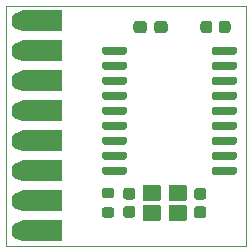
<source format=gbr>
%TF.GenerationSoftware,KiCad,Pcbnew,(5.1.9)-1*%
%TF.CreationDate,2021-06-01T13:49:10+02:00*%
%TF.ProjectId,17_CAN_Controller,31375f43-414e-45f4-936f-6e74726f6c6c,rev?*%
%TF.SameCoordinates,Original*%
%TF.FileFunction,Soldermask,Top*%
%TF.FilePolarity,Negative*%
%FSLAX46Y46*%
G04 Gerber Fmt 4.6, Leading zero omitted, Abs format (unit mm)*
G04 Created by KiCad (PCBNEW (5.1.9)-1) date 2021-06-01 13:49:10*
%MOMM*%
%LPD*%
G01*
G04 APERTURE LIST*
%TA.AperFunction,Profile*%
%ADD10C,0.050000*%
%TD*%
%ADD11C,1.624000*%
%ADD12C,0.100000*%
G04 APERTURE END LIST*
D10*
X100330000Y-82550000D02*
X120650000Y-82550000D01*
X100330000Y-62230000D02*
X101600000Y-62230000D01*
X100330000Y-64770000D02*
X100330000Y-62230000D01*
X100330000Y-72390000D02*
X100330000Y-67310000D01*
X120650000Y-62230000D02*
X120650000Y-82550000D01*
X101600000Y-62230000D02*
X120650000Y-62230000D01*
X100330000Y-80010000D02*
X100330000Y-82550000D01*
X100330000Y-64770000D02*
X100330000Y-67310000D01*
X100330000Y-80010000D02*
X100330000Y-72390000D01*
D11*
%TO.C,J2*%
X101600000Y-68580000D03*
D12*
G36*
X101939650Y-69479999D02*
G01*
X101927782Y-69479916D01*
X101924993Y-69479818D01*
X101842112Y-69474604D01*
X101837256Y-69474060D01*
X101755280Y-69460782D01*
X101750503Y-69459766D01*
X101670214Y-69438553D01*
X101665558Y-69437076D01*
X101587721Y-69408129D01*
X101583231Y-69406205D01*
X101508591Y-69369801D01*
X101504309Y-69367447D01*
X101433578Y-69323932D01*
X101429548Y-69321173D01*
X101363401Y-69270965D01*
X101359659Y-69267825D01*
X101298726Y-69211401D01*
X101295308Y-69207910D01*
X101240173Y-69145809D01*
X101237112Y-69142003D01*
X101188299Y-69074819D01*
X101185624Y-69070731D01*
X101143601Y-68999104D01*
X101141338Y-68994774D01*
X101106505Y-68919388D01*
X101104675Y-68914859D01*
X101077364Y-68836433D01*
X101075985Y-68831747D01*
X101056458Y-68751031D01*
X101055543Y-68746233D01*
X101043985Y-68663997D01*
X101043542Y-68659131D01*
X101040065Y-68576159D01*
X101040099Y-68571275D01*
X101044734Y-68488360D01*
X101045245Y-68483501D01*
X101057950Y-68401434D01*
X101058932Y-68396650D01*
X101079584Y-68316214D01*
X101081028Y-68311547D01*
X101109431Y-68233511D01*
X101111324Y-68229008D01*
X101147207Y-68154115D01*
X101149531Y-68149818D01*
X101192550Y-68078785D01*
X101195282Y-68074735D01*
X101245028Y-68008239D01*
X101248141Y-68004475D01*
X101304138Y-67943150D01*
X101307604Y-67939708D01*
X101369318Y-67884140D01*
X101373104Y-67881052D01*
X101439946Y-67831772D01*
X101444015Y-67829069D01*
X101515347Y-67786547D01*
X101519660Y-67784254D01*
X101594801Y-67748895D01*
X101599317Y-67747033D01*
X101677550Y-67719175D01*
X101682227Y-67717763D01*
X101762805Y-67697673D01*
X101767597Y-67696724D01*
X101849751Y-67684593D01*
X101854612Y-67684117D01*
X101937557Y-67680060D01*
X101940000Y-67680000D01*
X104990000Y-67680000D01*
X104999755Y-67680961D01*
X105009134Y-67683806D01*
X105017779Y-67688427D01*
X105025355Y-67694645D01*
X105031573Y-67702221D01*
X105036194Y-67710866D01*
X105039039Y-67720245D01*
X105040000Y-67730000D01*
X105040000Y-69430000D01*
X105039039Y-69439755D01*
X105036194Y-69449134D01*
X105031573Y-69457779D01*
X105025355Y-69465355D01*
X105017779Y-69471573D01*
X105009134Y-69476194D01*
X104999755Y-69479039D01*
X104990000Y-69480000D01*
X101940000Y-69480000D01*
X101939650Y-69479999D01*
G37*
%TD*%
D11*
%TO.C,J3*%
X101600000Y-71120000D03*
D12*
G36*
X101939650Y-72019999D02*
G01*
X101927782Y-72019916D01*
X101924993Y-72019818D01*
X101842112Y-72014604D01*
X101837256Y-72014060D01*
X101755280Y-72000782D01*
X101750503Y-71999766D01*
X101670214Y-71978553D01*
X101665558Y-71977076D01*
X101587721Y-71948129D01*
X101583231Y-71946205D01*
X101508591Y-71909801D01*
X101504309Y-71907447D01*
X101433578Y-71863932D01*
X101429548Y-71861173D01*
X101363401Y-71810965D01*
X101359659Y-71807825D01*
X101298726Y-71751401D01*
X101295308Y-71747910D01*
X101240173Y-71685809D01*
X101237112Y-71682003D01*
X101188299Y-71614819D01*
X101185624Y-71610731D01*
X101143601Y-71539104D01*
X101141338Y-71534774D01*
X101106505Y-71459388D01*
X101104675Y-71454859D01*
X101077364Y-71376433D01*
X101075985Y-71371747D01*
X101056458Y-71291031D01*
X101055543Y-71286233D01*
X101043985Y-71203997D01*
X101043542Y-71199131D01*
X101040065Y-71116159D01*
X101040099Y-71111275D01*
X101044734Y-71028360D01*
X101045245Y-71023501D01*
X101057950Y-70941434D01*
X101058932Y-70936650D01*
X101079584Y-70856214D01*
X101081028Y-70851547D01*
X101109431Y-70773511D01*
X101111324Y-70769008D01*
X101147207Y-70694115D01*
X101149531Y-70689818D01*
X101192550Y-70618785D01*
X101195282Y-70614735D01*
X101245028Y-70548239D01*
X101248141Y-70544475D01*
X101304138Y-70483150D01*
X101307604Y-70479708D01*
X101369318Y-70424140D01*
X101373104Y-70421052D01*
X101439946Y-70371772D01*
X101444015Y-70369069D01*
X101515347Y-70326547D01*
X101519660Y-70324254D01*
X101594801Y-70288895D01*
X101599317Y-70287033D01*
X101677550Y-70259175D01*
X101682227Y-70257763D01*
X101762805Y-70237673D01*
X101767597Y-70236724D01*
X101849751Y-70224593D01*
X101854612Y-70224117D01*
X101937557Y-70220060D01*
X101940000Y-70220000D01*
X104990000Y-70220000D01*
X104999755Y-70220961D01*
X105009134Y-70223806D01*
X105017779Y-70228427D01*
X105025355Y-70234645D01*
X105031573Y-70242221D01*
X105036194Y-70250866D01*
X105039039Y-70260245D01*
X105040000Y-70270000D01*
X105040000Y-71970000D01*
X105039039Y-71979755D01*
X105036194Y-71989134D01*
X105031573Y-71997779D01*
X105025355Y-72005355D01*
X105017779Y-72011573D01*
X105009134Y-72016194D01*
X104999755Y-72019039D01*
X104990000Y-72020000D01*
X101940000Y-72020000D01*
X101939650Y-72019999D01*
G37*
%TD*%
D11*
%TO.C,J5*%
X101600000Y-63500000D03*
D12*
G36*
X101939650Y-64399999D02*
G01*
X101927782Y-64399916D01*
X101924993Y-64399818D01*
X101842112Y-64394604D01*
X101837256Y-64394060D01*
X101755280Y-64380782D01*
X101750503Y-64379766D01*
X101670214Y-64358553D01*
X101665558Y-64357076D01*
X101587721Y-64328129D01*
X101583231Y-64326205D01*
X101508591Y-64289801D01*
X101504309Y-64287447D01*
X101433578Y-64243932D01*
X101429548Y-64241173D01*
X101363401Y-64190965D01*
X101359659Y-64187825D01*
X101298726Y-64131401D01*
X101295308Y-64127910D01*
X101240173Y-64065809D01*
X101237112Y-64062003D01*
X101188299Y-63994819D01*
X101185624Y-63990731D01*
X101143601Y-63919104D01*
X101141338Y-63914774D01*
X101106505Y-63839388D01*
X101104675Y-63834859D01*
X101077364Y-63756433D01*
X101075985Y-63751747D01*
X101056458Y-63671031D01*
X101055543Y-63666233D01*
X101043985Y-63583997D01*
X101043542Y-63579131D01*
X101040065Y-63496159D01*
X101040099Y-63491275D01*
X101044734Y-63408360D01*
X101045245Y-63403501D01*
X101057950Y-63321434D01*
X101058932Y-63316650D01*
X101079584Y-63236214D01*
X101081028Y-63231547D01*
X101109431Y-63153511D01*
X101111324Y-63149008D01*
X101147207Y-63074115D01*
X101149531Y-63069818D01*
X101192550Y-62998785D01*
X101195282Y-62994735D01*
X101245028Y-62928239D01*
X101248141Y-62924475D01*
X101304138Y-62863150D01*
X101307604Y-62859708D01*
X101369318Y-62804140D01*
X101373104Y-62801052D01*
X101439946Y-62751772D01*
X101444015Y-62749069D01*
X101515347Y-62706547D01*
X101519660Y-62704254D01*
X101594801Y-62668895D01*
X101599317Y-62667033D01*
X101677550Y-62639175D01*
X101682227Y-62637763D01*
X101762805Y-62617673D01*
X101767597Y-62616724D01*
X101849751Y-62604593D01*
X101854612Y-62604117D01*
X101937557Y-62600060D01*
X101940000Y-62600000D01*
X104990000Y-62600000D01*
X104999755Y-62600961D01*
X105009134Y-62603806D01*
X105017779Y-62608427D01*
X105025355Y-62614645D01*
X105031573Y-62622221D01*
X105036194Y-62630866D01*
X105039039Y-62640245D01*
X105040000Y-62650000D01*
X105040000Y-64350000D01*
X105039039Y-64359755D01*
X105036194Y-64369134D01*
X105031573Y-64377779D01*
X105025355Y-64385355D01*
X105017779Y-64391573D01*
X105009134Y-64396194D01*
X104999755Y-64399039D01*
X104990000Y-64400000D01*
X101940000Y-64400000D01*
X101939650Y-64399999D01*
G37*
%TD*%
D11*
%TO.C,J1*%
X101600000Y-66040000D03*
D12*
G36*
X101939650Y-66939999D02*
G01*
X101927782Y-66939916D01*
X101924993Y-66939818D01*
X101842112Y-66934604D01*
X101837256Y-66934060D01*
X101755280Y-66920782D01*
X101750503Y-66919766D01*
X101670214Y-66898553D01*
X101665558Y-66897076D01*
X101587721Y-66868129D01*
X101583231Y-66866205D01*
X101508591Y-66829801D01*
X101504309Y-66827447D01*
X101433578Y-66783932D01*
X101429548Y-66781173D01*
X101363401Y-66730965D01*
X101359659Y-66727825D01*
X101298726Y-66671401D01*
X101295308Y-66667910D01*
X101240173Y-66605809D01*
X101237112Y-66602003D01*
X101188299Y-66534819D01*
X101185624Y-66530731D01*
X101143601Y-66459104D01*
X101141338Y-66454774D01*
X101106505Y-66379388D01*
X101104675Y-66374859D01*
X101077364Y-66296433D01*
X101075985Y-66291747D01*
X101056458Y-66211031D01*
X101055543Y-66206233D01*
X101043985Y-66123997D01*
X101043542Y-66119131D01*
X101040065Y-66036159D01*
X101040099Y-66031275D01*
X101044734Y-65948360D01*
X101045245Y-65943501D01*
X101057950Y-65861434D01*
X101058932Y-65856650D01*
X101079584Y-65776214D01*
X101081028Y-65771547D01*
X101109431Y-65693511D01*
X101111324Y-65689008D01*
X101147207Y-65614115D01*
X101149531Y-65609818D01*
X101192550Y-65538785D01*
X101195282Y-65534735D01*
X101245028Y-65468239D01*
X101248141Y-65464475D01*
X101304138Y-65403150D01*
X101307604Y-65399708D01*
X101369318Y-65344140D01*
X101373104Y-65341052D01*
X101439946Y-65291772D01*
X101444015Y-65289069D01*
X101515347Y-65246547D01*
X101519660Y-65244254D01*
X101594801Y-65208895D01*
X101599317Y-65207033D01*
X101677550Y-65179175D01*
X101682227Y-65177763D01*
X101762805Y-65157673D01*
X101767597Y-65156724D01*
X101849751Y-65144593D01*
X101854612Y-65144117D01*
X101937557Y-65140060D01*
X101940000Y-65140000D01*
X104990000Y-65140000D01*
X104999755Y-65140961D01*
X105009134Y-65143806D01*
X105017779Y-65148427D01*
X105025355Y-65154645D01*
X105031573Y-65162221D01*
X105036194Y-65170866D01*
X105039039Y-65180245D01*
X105040000Y-65190000D01*
X105040000Y-66890000D01*
X105039039Y-66899755D01*
X105036194Y-66909134D01*
X105031573Y-66917779D01*
X105025355Y-66925355D01*
X105017779Y-66931573D01*
X105009134Y-66936194D01*
X104999755Y-66939039D01*
X104990000Y-66940000D01*
X101940000Y-66940000D01*
X101939650Y-66939999D01*
G37*
%TD*%
%TO.C,R2*%
G36*
G01*
X112240000Y-63777500D02*
X112240000Y-64302500D01*
G75*
G02*
X111977500Y-64565000I-262500J0D01*
G01*
X111352500Y-64565000D01*
G75*
G02*
X111090000Y-64302500I0J262500D01*
G01*
X111090000Y-63777500D01*
G75*
G02*
X111352500Y-63515000I262500J0D01*
G01*
X111977500Y-63515000D01*
G75*
G02*
X112240000Y-63777500I0J-262500D01*
G01*
G37*
G36*
G01*
X113990000Y-63777500D02*
X113990000Y-64302500D01*
G75*
G02*
X113727500Y-64565000I-262500J0D01*
G01*
X113102500Y-64565000D01*
G75*
G02*
X112840000Y-64302500I0J262500D01*
G01*
X112840000Y-63777500D01*
G75*
G02*
X113102500Y-63515000I262500J0D01*
G01*
X113727500Y-63515000D01*
G75*
G02*
X113990000Y-63777500I0J-262500D01*
G01*
G37*
%TD*%
D11*
%TO.C,J8*%
X101600000Y-78740000D03*
D12*
G36*
X101939650Y-79639999D02*
G01*
X101927782Y-79639916D01*
X101924993Y-79639818D01*
X101842112Y-79634604D01*
X101837256Y-79634060D01*
X101755280Y-79620782D01*
X101750503Y-79619766D01*
X101670214Y-79598553D01*
X101665558Y-79597076D01*
X101587721Y-79568129D01*
X101583231Y-79566205D01*
X101508591Y-79529801D01*
X101504309Y-79527447D01*
X101433578Y-79483932D01*
X101429548Y-79481173D01*
X101363401Y-79430965D01*
X101359659Y-79427825D01*
X101298726Y-79371401D01*
X101295308Y-79367910D01*
X101240173Y-79305809D01*
X101237112Y-79302003D01*
X101188299Y-79234819D01*
X101185624Y-79230731D01*
X101143601Y-79159104D01*
X101141338Y-79154774D01*
X101106505Y-79079388D01*
X101104675Y-79074859D01*
X101077364Y-78996433D01*
X101075985Y-78991747D01*
X101056458Y-78911031D01*
X101055543Y-78906233D01*
X101043985Y-78823997D01*
X101043542Y-78819131D01*
X101040065Y-78736159D01*
X101040099Y-78731275D01*
X101044734Y-78648360D01*
X101045245Y-78643501D01*
X101057950Y-78561434D01*
X101058932Y-78556650D01*
X101079584Y-78476214D01*
X101081028Y-78471547D01*
X101109431Y-78393511D01*
X101111324Y-78389008D01*
X101147207Y-78314115D01*
X101149531Y-78309818D01*
X101192550Y-78238785D01*
X101195282Y-78234735D01*
X101245028Y-78168239D01*
X101248141Y-78164475D01*
X101304138Y-78103150D01*
X101307604Y-78099708D01*
X101369318Y-78044140D01*
X101373104Y-78041052D01*
X101439946Y-77991772D01*
X101444015Y-77989069D01*
X101515347Y-77946547D01*
X101519660Y-77944254D01*
X101594801Y-77908895D01*
X101599317Y-77907033D01*
X101677550Y-77879175D01*
X101682227Y-77877763D01*
X101762805Y-77857673D01*
X101767597Y-77856724D01*
X101849751Y-77844593D01*
X101854612Y-77844117D01*
X101937557Y-77840060D01*
X101940000Y-77840000D01*
X104990000Y-77840000D01*
X104999755Y-77840961D01*
X105009134Y-77843806D01*
X105017779Y-77848427D01*
X105025355Y-77854645D01*
X105031573Y-77862221D01*
X105036194Y-77870866D01*
X105039039Y-77880245D01*
X105040000Y-77890000D01*
X105040000Y-79590000D01*
X105039039Y-79599755D01*
X105036194Y-79609134D01*
X105031573Y-79617779D01*
X105025355Y-79625355D01*
X105017779Y-79631573D01*
X105009134Y-79636194D01*
X104999755Y-79639039D01*
X104990000Y-79640000D01*
X101940000Y-79640000D01*
X101939650Y-79639999D01*
G37*
%TD*%
%TO.C,C1*%
G36*
G01*
X117765000Y-63765000D02*
X117765000Y-64315000D01*
G75*
G02*
X117515000Y-64565000I-250000J0D01*
G01*
X117015000Y-64565000D01*
G75*
G02*
X116765000Y-64315000I0J250000D01*
G01*
X116765000Y-63765000D01*
G75*
G02*
X117015000Y-63515000I250000J0D01*
G01*
X117515000Y-63515000D01*
G75*
G02*
X117765000Y-63765000I0J-250000D01*
G01*
G37*
G36*
G01*
X119315000Y-63765000D02*
X119315000Y-64315000D01*
G75*
G02*
X119065000Y-64565000I-250000J0D01*
G01*
X118565000Y-64565000D01*
G75*
G02*
X118315000Y-64315000I0J250000D01*
G01*
X118315000Y-63765000D01*
G75*
G02*
X118565000Y-63515000I250000J0D01*
G01*
X119065000Y-63515000D01*
G75*
G02*
X119315000Y-63765000I0J-250000D01*
G01*
G37*
%TD*%
D11*
%TO.C,J9*%
X101600000Y-81280000D03*
D12*
G36*
X101939650Y-82179999D02*
G01*
X101927782Y-82179916D01*
X101924993Y-82179818D01*
X101842112Y-82174604D01*
X101837256Y-82174060D01*
X101755280Y-82160782D01*
X101750503Y-82159766D01*
X101670214Y-82138553D01*
X101665558Y-82137076D01*
X101587721Y-82108129D01*
X101583231Y-82106205D01*
X101508591Y-82069801D01*
X101504309Y-82067447D01*
X101433578Y-82023932D01*
X101429548Y-82021173D01*
X101363401Y-81970965D01*
X101359659Y-81967825D01*
X101298726Y-81911401D01*
X101295308Y-81907910D01*
X101240173Y-81845809D01*
X101237112Y-81842003D01*
X101188299Y-81774819D01*
X101185624Y-81770731D01*
X101143601Y-81699104D01*
X101141338Y-81694774D01*
X101106505Y-81619388D01*
X101104675Y-81614859D01*
X101077364Y-81536433D01*
X101075985Y-81531747D01*
X101056458Y-81451031D01*
X101055543Y-81446233D01*
X101043985Y-81363997D01*
X101043542Y-81359131D01*
X101040065Y-81276159D01*
X101040099Y-81271275D01*
X101044734Y-81188360D01*
X101045245Y-81183501D01*
X101057950Y-81101434D01*
X101058932Y-81096650D01*
X101079584Y-81016214D01*
X101081028Y-81011547D01*
X101109431Y-80933511D01*
X101111324Y-80929008D01*
X101147207Y-80854115D01*
X101149531Y-80849818D01*
X101192550Y-80778785D01*
X101195282Y-80774735D01*
X101245028Y-80708239D01*
X101248141Y-80704475D01*
X101304138Y-80643150D01*
X101307604Y-80639708D01*
X101369318Y-80584140D01*
X101373104Y-80581052D01*
X101439946Y-80531772D01*
X101444015Y-80529069D01*
X101515347Y-80486547D01*
X101519660Y-80484254D01*
X101594801Y-80448895D01*
X101599317Y-80447033D01*
X101677550Y-80419175D01*
X101682227Y-80417763D01*
X101762805Y-80397673D01*
X101767597Y-80396724D01*
X101849751Y-80384593D01*
X101854612Y-80384117D01*
X101937557Y-80380060D01*
X101940000Y-80380000D01*
X104990000Y-80380000D01*
X104999755Y-80380961D01*
X105009134Y-80383806D01*
X105017779Y-80388427D01*
X105025355Y-80394645D01*
X105031573Y-80402221D01*
X105036194Y-80410866D01*
X105039039Y-80420245D01*
X105040000Y-80430000D01*
X105040000Y-82130000D01*
X105039039Y-82139755D01*
X105036194Y-82149134D01*
X105031573Y-82157779D01*
X105025355Y-82165355D01*
X105017779Y-82171573D01*
X105009134Y-82176194D01*
X104999755Y-82179039D01*
X104990000Y-82180000D01*
X101940000Y-82180000D01*
X101939650Y-82179999D01*
G37*
%TD*%
%TO.C,C2*%
G36*
G01*
X110465000Y-79190000D02*
X111015000Y-79190000D01*
G75*
G02*
X111265000Y-79440000I0J-250000D01*
G01*
X111265000Y-79940000D01*
G75*
G02*
X111015000Y-80190000I-250000J0D01*
G01*
X110465000Y-80190000D01*
G75*
G02*
X110215000Y-79940000I0J250000D01*
G01*
X110215000Y-79440000D01*
G75*
G02*
X110465000Y-79190000I250000J0D01*
G01*
G37*
G36*
G01*
X110465000Y-77640000D02*
X111015000Y-77640000D01*
G75*
G02*
X111265000Y-77890000I0J-250000D01*
G01*
X111265000Y-78390000D01*
G75*
G02*
X111015000Y-78640000I-250000J0D01*
G01*
X110465000Y-78640000D01*
G75*
G02*
X110215000Y-78390000I0J250000D01*
G01*
X110215000Y-77890000D01*
G75*
G02*
X110465000Y-77640000I250000J0D01*
G01*
G37*
%TD*%
%TO.C,C3*%
G36*
G01*
X116465000Y-79215000D02*
X117015000Y-79215000D01*
G75*
G02*
X117265000Y-79465000I0J-250000D01*
G01*
X117265000Y-79965000D01*
G75*
G02*
X117015000Y-80215000I-250000J0D01*
G01*
X116465000Y-80215000D01*
G75*
G02*
X116215000Y-79965000I0J250000D01*
G01*
X116215000Y-79465000D01*
G75*
G02*
X116465000Y-79215000I250000J0D01*
G01*
G37*
G36*
G01*
X116465000Y-77665000D02*
X117015000Y-77665000D01*
G75*
G02*
X117265000Y-77915000I0J-250000D01*
G01*
X117265000Y-78415000D01*
G75*
G02*
X117015000Y-78665000I-250000J0D01*
G01*
X116465000Y-78665000D01*
G75*
G02*
X116215000Y-78415000I0J250000D01*
G01*
X116215000Y-77915000D01*
G75*
G02*
X116465000Y-77665000I250000J0D01*
G01*
G37*
%TD*%
D11*
%TO.C,J6*%
X101600000Y-73660000D03*
D12*
G36*
X101939650Y-74559999D02*
G01*
X101927782Y-74559916D01*
X101924993Y-74559818D01*
X101842112Y-74554604D01*
X101837256Y-74554060D01*
X101755280Y-74540782D01*
X101750503Y-74539766D01*
X101670214Y-74518553D01*
X101665558Y-74517076D01*
X101587721Y-74488129D01*
X101583231Y-74486205D01*
X101508591Y-74449801D01*
X101504309Y-74447447D01*
X101433578Y-74403932D01*
X101429548Y-74401173D01*
X101363401Y-74350965D01*
X101359659Y-74347825D01*
X101298726Y-74291401D01*
X101295308Y-74287910D01*
X101240173Y-74225809D01*
X101237112Y-74222003D01*
X101188299Y-74154819D01*
X101185624Y-74150731D01*
X101143601Y-74079104D01*
X101141338Y-74074774D01*
X101106505Y-73999388D01*
X101104675Y-73994859D01*
X101077364Y-73916433D01*
X101075985Y-73911747D01*
X101056458Y-73831031D01*
X101055543Y-73826233D01*
X101043985Y-73743997D01*
X101043542Y-73739131D01*
X101040065Y-73656159D01*
X101040099Y-73651275D01*
X101044734Y-73568360D01*
X101045245Y-73563501D01*
X101057950Y-73481434D01*
X101058932Y-73476650D01*
X101079584Y-73396214D01*
X101081028Y-73391547D01*
X101109431Y-73313511D01*
X101111324Y-73309008D01*
X101147207Y-73234115D01*
X101149531Y-73229818D01*
X101192550Y-73158785D01*
X101195282Y-73154735D01*
X101245028Y-73088239D01*
X101248141Y-73084475D01*
X101304138Y-73023150D01*
X101307604Y-73019708D01*
X101369318Y-72964140D01*
X101373104Y-72961052D01*
X101439946Y-72911772D01*
X101444015Y-72909069D01*
X101515347Y-72866547D01*
X101519660Y-72864254D01*
X101594801Y-72828895D01*
X101599317Y-72827033D01*
X101677550Y-72799175D01*
X101682227Y-72797763D01*
X101762805Y-72777673D01*
X101767597Y-72776724D01*
X101849751Y-72764593D01*
X101854612Y-72764117D01*
X101937557Y-72760060D01*
X101940000Y-72760000D01*
X104990000Y-72760000D01*
X104999755Y-72760961D01*
X105009134Y-72763806D01*
X105017779Y-72768427D01*
X105025355Y-72774645D01*
X105031573Y-72782221D01*
X105036194Y-72790866D01*
X105039039Y-72800245D01*
X105040000Y-72810000D01*
X105040000Y-74510000D01*
X105039039Y-74519755D01*
X105036194Y-74529134D01*
X105031573Y-74537779D01*
X105025355Y-74545355D01*
X105017779Y-74551573D01*
X105009134Y-74556194D01*
X104999755Y-74559039D01*
X104990000Y-74560000D01*
X101940000Y-74560000D01*
X101939650Y-74559999D01*
G37*
%TD*%
D11*
%TO.C,J7*%
X101600000Y-76200000D03*
D12*
G36*
X101939650Y-77099999D02*
G01*
X101927782Y-77099916D01*
X101924993Y-77099818D01*
X101842112Y-77094604D01*
X101837256Y-77094060D01*
X101755280Y-77080782D01*
X101750503Y-77079766D01*
X101670214Y-77058553D01*
X101665558Y-77057076D01*
X101587721Y-77028129D01*
X101583231Y-77026205D01*
X101508591Y-76989801D01*
X101504309Y-76987447D01*
X101433578Y-76943932D01*
X101429548Y-76941173D01*
X101363401Y-76890965D01*
X101359659Y-76887825D01*
X101298726Y-76831401D01*
X101295308Y-76827910D01*
X101240173Y-76765809D01*
X101237112Y-76762003D01*
X101188299Y-76694819D01*
X101185624Y-76690731D01*
X101143601Y-76619104D01*
X101141338Y-76614774D01*
X101106505Y-76539388D01*
X101104675Y-76534859D01*
X101077364Y-76456433D01*
X101075985Y-76451747D01*
X101056458Y-76371031D01*
X101055543Y-76366233D01*
X101043985Y-76283997D01*
X101043542Y-76279131D01*
X101040065Y-76196159D01*
X101040099Y-76191275D01*
X101044734Y-76108360D01*
X101045245Y-76103501D01*
X101057950Y-76021434D01*
X101058932Y-76016650D01*
X101079584Y-75936214D01*
X101081028Y-75931547D01*
X101109431Y-75853511D01*
X101111324Y-75849008D01*
X101147207Y-75774115D01*
X101149531Y-75769818D01*
X101192550Y-75698785D01*
X101195282Y-75694735D01*
X101245028Y-75628239D01*
X101248141Y-75624475D01*
X101304138Y-75563150D01*
X101307604Y-75559708D01*
X101369318Y-75504140D01*
X101373104Y-75501052D01*
X101439946Y-75451772D01*
X101444015Y-75449069D01*
X101515347Y-75406547D01*
X101519660Y-75404254D01*
X101594801Y-75368895D01*
X101599317Y-75367033D01*
X101677550Y-75339175D01*
X101682227Y-75337763D01*
X101762805Y-75317673D01*
X101767597Y-75316724D01*
X101849751Y-75304593D01*
X101854612Y-75304117D01*
X101937557Y-75300060D01*
X101940000Y-75300000D01*
X104990000Y-75300000D01*
X104999755Y-75300961D01*
X105009134Y-75303806D01*
X105017779Y-75308427D01*
X105025355Y-75314645D01*
X105031573Y-75322221D01*
X105036194Y-75330866D01*
X105039039Y-75340245D01*
X105040000Y-75350000D01*
X105040000Y-77050000D01*
X105039039Y-77059755D01*
X105036194Y-77069134D01*
X105031573Y-77077779D01*
X105025355Y-77085355D01*
X105017779Y-77091573D01*
X105009134Y-77096194D01*
X104999755Y-77099039D01*
X104990000Y-77100000D01*
X101940000Y-77100000D01*
X101939650Y-77099999D01*
G37*
%TD*%
%TO.C,R1*%
G36*
G01*
X108640000Y-79290000D02*
X109240000Y-79290000D01*
G75*
G02*
X109465000Y-79515000I0J-225000D01*
G01*
X109465000Y-79965000D01*
G75*
G02*
X109240000Y-80190000I-225000J0D01*
G01*
X108640000Y-80190000D01*
G75*
G02*
X108415000Y-79965000I0J225000D01*
G01*
X108415000Y-79515000D01*
G75*
G02*
X108640000Y-79290000I225000J0D01*
G01*
G37*
G36*
G01*
X108640000Y-77640000D02*
X109240000Y-77640000D01*
G75*
G02*
X109465000Y-77865000I0J-225000D01*
G01*
X109465000Y-78315000D01*
G75*
G02*
X109240000Y-78540000I-225000J0D01*
G01*
X108640000Y-78540000D01*
G75*
G02*
X108415000Y-78315000I0J225000D01*
G01*
X108415000Y-77865000D01*
G75*
G02*
X108640000Y-77640000I225000J0D01*
G01*
G37*
%TD*%
%TO.C,U1*%
G36*
G01*
X117715000Y-66215000D02*
X117715000Y-65865000D01*
G75*
G02*
X117890000Y-65690000I175000J0D01*
G01*
X119690000Y-65690000D01*
G75*
G02*
X119865000Y-65865000I0J-175000D01*
G01*
X119865000Y-66215000D01*
G75*
G02*
X119690000Y-66390000I-175000J0D01*
G01*
X117890000Y-66390000D01*
G75*
G02*
X117715000Y-66215000I0J175000D01*
G01*
G37*
G36*
G01*
X117715000Y-67485000D02*
X117715000Y-67135000D01*
G75*
G02*
X117890000Y-66960000I175000J0D01*
G01*
X119690000Y-66960000D01*
G75*
G02*
X119865000Y-67135000I0J-175000D01*
G01*
X119865000Y-67485000D01*
G75*
G02*
X119690000Y-67660000I-175000J0D01*
G01*
X117890000Y-67660000D01*
G75*
G02*
X117715000Y-67485000I0J175000D01*
G01*
G37*
G36*
G01*
X117715000Y-68755000D02*
X117715000Y-68405000D01*
G75*
G02*
X117890000Y-68230000I175000J0D01*
G01*
X119690000Y-68230000D01*
G75*
G02*
X119865000Y-68405000I0J-175000D01*
G01*
X119865000Y-68755000D01*
G75*
G02*
X119690000Y-68930000I-175000J0D01*
G01*
X117890000Y-68930000D01*
G75*
G02*
X117715000Y-68755000I0J175000D01*
G01*
G37*
G36*
G01*
X117715000Y-70025000D02*
X117715000Y-69675000D01*
G75*
G02*
X117890000Y-69500000I175000J0D01*
G01*
X119690000Y-69500000D01*
G75*
G02*
X119865000Y-69675000I0J-175000D01*
G01*
X119865000Y-70025000D01*
G75*
G02*
X119690000Y-70200000I-175000J0D01*
G01*
X117890000Y-70200000D01*
G75*
G02*
X117715000Y-70025000I0J175000D01*
G01*
G37*
G36*
G01*
X117715000Y-71295000D02*
X117715000Y-70945000D01*
G75*
G02*
X117890000Y-70770000I175000J0D01*
G01*
X119690000Y-70770000D01*
G75*
G02*
X119865000Y-70945000I0J-175000D01*
G01*
X119865000Y-71295000D01*
G75*
G02*
X119690000Y-71470000I-175000J0D01*
G01*
X117890000Y-71470000D01*
G75*
G02*
X117715000Y-71295000I0J175000D01*
G01*
G37*
G36*
G01*
X117715000Y-72565000D02*
X117715000Y-72215000D01*
G75*
G02*
X117890000Y-72040000I175000J0D01*
G01*
X119690000Y-72040000D01*
G75*
G02*
X119865000Y-72215000I0J-175000D01*
G01*
X119865000Y-72565000D01*
G75*
G02*
X119690000Y-72740000I-175000J0D01*
G01*
X117890000Y-72740000D01*
G75*
G02*
X117715000Y-72565000I0J175000D01*
G01*
G37*
G36*
G01*
X117715000Y-73835000D02*
X117715000Y-73485000D01*
G75*
G02*
X117890000Y-73310000I175000J0D01*
G01*
X119690000Y-73310000D01*
G75*
G02*
X119865000Y-73485000I0J-175000D01*
G01*
X119865000Y-73835000D01*
G75*
G02*
X119690000Y-74010000I-175000J0D01*
G01*
X117890000Y-74010000D01*
G75*
G02*
X117715000Y-73835000I0J175000D01*
G01*
G37*
G36*
G01*
X117715000Y-75105000D02*
X117715000Y-74755000D01*
G75*
G02*
X117890000Y-74580000I175000J0D01*
G01*
X119690000Y-74580000D01*
G75*
G02*
X119865000Y-74755000I0J-175000D01*
G01*
X119865000Y-75105000D01*
G75*
G02*
X119690000Y-75280000I-175000J0D01*
G01*
X117890000Y-75280000D01*
G75*
G02*
X117715000Y-75105000I0J175000D01*
G01*
G37*
G36*
G01*
X117715000Y-76375000D02*
X117715000Y-76025000D01*
G75*
G02*
X117890000Y-75850000I175000J0D01*
G01*
X119690000Y-75850000D01*
G75*
G02*
X119865000Y-76025000I0J-175000D01*
G01*
X119865000Y-76375000D01*
G75*
G02*
X119690000Y-76550000I-175000J0D01*
G01*
X117890000Y-76550000D01*
G75*
G02*
X117715000Y-76375000I0J175000D01*
G01*
G37*
G36*
G01*
X108415000Y-76375000D02*
X108415000Y-76025000D01*
G75*
G02*
X108590000Y-75850000I175000J0D01*
G01*
X110390000Y-75850000D01*
G75*
G02*
X110565000Y-76025000I0J-175000D01*
G01*
X110565000Y-76375000D01*
G75*
G02*
X110390000Y-76550000I-175000J0D01*
G01*
X108590000Y-76550000D01*
G75*
G02*
X108415000Y-76375000I0J175000D01*
G01*
G37*
G36*
G01*
X108415000Y-75105000D02*
X108415000Y-74755000D01*
G75*
G02*
X108590000Y-74580000I175000J0D01*
G01*
X110390000Y-74580000D01*
G75*
G02*
X110565000Y-74755000I0J-175000D01*
G01*
X110565000Y-75105000D01*
G75*
G02*
X110390000Y-75280000I-175000J0D01*
G01*
X108590000Y-75280000D01*
G75*
G02*
X108415000Y-75105000I0J175000D01*
G01*
G37*
G36*
G01*
X108415000Y-73835000D02*
X108415000Y-73485000D01*
G75*
G02*
X108590000Y-73310000I175000J0D01*
G01*
X110390000Y-73310000D01*
G75*
G02*
X110565000Y-73485000I0J-175000D01*
G01*
X110565000Y-73835000D01*
G75*
G02*
X110390000Y-74010000I-175000J0D01*
G01*
X108590000Y-74010000D01*
G75*
G02*
X108415000Y-73835000I0J175000D01*
G01*
G37*
G36*
G01*
X108415000Y-72565000D02*
X108415000Y-72215000D01*
G75*
G02*
X108590000Y-72040000I175000J0D01*
G01*
X110390000Y-72040000D01*
G75*
G02*
X110565000Y-72215000I0J-175000D01*
G01*
X110565000Y-72565000D01*
G75*
G02*
X110390000Y-72740000I-175000J0D01*
G01*
X108590000Y-72740000D01*
G75*
G02*
X108415000Y-72565000I0J175000D01*
G01*
G37*
G36*
G01*
X108415000Y-71295000D02*
X108415000Y-70945000D01*
G75*
G02*
X108590000Y-70770000I175000J0D01*
G01*
X110390000Y-70770000D01*
G75*
G02*
X110565000Y-70945000I0J-175000D01*
G01*
X110565000Y-71295000D01*
G75*
G02*
X110390000Y-71470000I-175000J0D01*
G01*
X108590000Y-71470000D01*
G75*
G02*
X108415000Y-71295000I0J175000D01*
G01*
G37*
G36*
G01*
X108415000Y-70025000D02*
X108415000Y-69675000D01*
G75*
G02*
X108590000Y-69500000I175000J0D01*
G01*
X110390000Y-69500000D01*
G75*
G02*
X110565000Y-69675000I0J-175000D01*
G01*
X110565000Y-70025000D01*
G75*
G02*
X110390000Y-70200000I-175000J0D01*
G01*
X108590000Y-70200000D01*
G75*
G02*
X108415000Y-70025000I0J175000D01*
G01*
G37*
G36*
G01*
X108415000Y-68755000D02*
X108415000Y-68405000D01*
G75*
G02*
X108590000Y-68230000I175000J0D01*
G01*
X110390000Y-68230000D01*
G75*
G02*
X110565000Y-68405000I0J-175000D01*
G01*
X110565000Y-68755000D01*
G75*
G02*
X110390000Y-68930000I-175000J0D01*
G01*
X108590000Y-68930000D01*
G75*
G02*
X108415000Y-68755000I0J175000D01*
G01*
G37*
G36*
G01*
X108415000Y-67485000D02*
X108415000Y-67135000D01*
G75*
G02*
X108590000Y-66960000I175000J0D01*
G01*
X110390000Y-66960000D01*
G75*
G02*
X110565000Y-67135000I0J-175000D01*
G01*
X110565000Y-67485000D01*
G75*
G02*
X110390000Y-67660000I-175000J0D01*
G01*
X108590000Y-67660000D01*
G75*
G02*
X108415000Y-67485000I0J175000D01*
G01*
G37*
G36*
G01*
X108415000Y-66215000D02*
X108415000Y-65865000D01*
G75*
G02*
X108590000Y-65690000I175000J0D01*
G01*
X110390000Y-65690000D01*
G75*
G02*
X110565000Y-65865000I0J-175000D01*
G01*
X110565000Y-66215000D01*
G75*
G02*
X110390000Y-66390000I-175000J0D01*
G01*
X108590000Y-66390000D01*
G75*
G02*
X108415000Y-66215000I0J175000D01*
G01*
G37*
%TD*%
%TO.C,Y1*%
G36*
G01*
X115590000Y-77490000D02*
X115590000Y-78690000D01*
G75*
G02*
X115540000Y-78740000I-50000J0D01*
G01*
X114140000Y-78740000D01*
G75*
G02*
X114090000Y-78690000I0J50000D01*
G01*
X114090000Y-77490000D01*
G75*
G02*
X114140000Y-77440000I50000J0D01*
G01*
X115540000Y-77440000D01*
G75*
G02*
X115590000Y-77490000I0J-50000D01*
G01*
G37*
G36*
G01*
X113390000Y-77490000D02*
X113390000Y-78690000D01*
G75*
G02*
X113340000Y-78740000I-50000J0D01*
G01*
X111940000Y-78740000D01*
G75*
G02*
X111890000Y-78690000I0J50000D01*
G01*
X111890000Y-77490000D01*
G75*
G02*
X111940000Y-77440000I50000J0D01*
G01*
X113340000Y-77440000D01*
G75*
G02*
X113390000Y-77490000I0J-50000D01*
G01*
G37*
G36*
G01*
X113390000Y-79190000D02*
X113390000Y-80390000D01*
G75*
G02*
X113340000Y-80440000I-50000J0D01*
G01*
X111940000Y-80440000D01*
G75*
G02*
X111890000Y-80390000I0J50000D01*
G01*
X111890000Y-79190000D01*
G75*
G02*
X111940000Y-79140000I50000J0D01*
G01*
X113340000Y-79140000D01*
G75*
G02*
X113390000Y-79190000I0J-50000D01*
G01*
G37*
G36*
G01*
X115590000Y-79190000D02*
X115590000Y-80390000D01*
G75*
G02*
X115540000Y-80440000I-50000J0D01*
G01*
X114140000Y-80440000D01*
G75*
G02*
X114090000Y-80390000I0J50000D01*
G01*
X114090000Y-79190000D01*
G75*
G02*
X114140000Y-79140000I50000J0D01*
G01*
X115540000Y-79140000D01*
G75*
G02*
X115590000Y-79190000I0J-50000D01*
G01*
G37*
%TD*%
M02*

</source>
